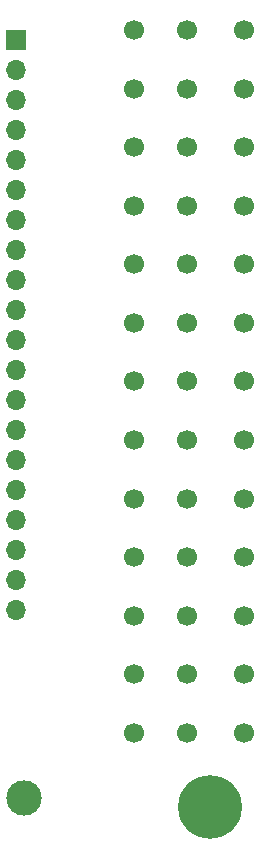
<source format=gbr>
%TF.GenerationSoftware,KiCad,Pcbnew,(5.1.6-0-10_14)*%
%TF.CreationDate,2020-08-23T22:04:21+02:00*%
%TF.ProjectId,cv_expander,63765f65-7870-4616-9e64-65722e6b6963,rev?*%
%TF.SameCoordinates,Original*%
%TF.FileFunction,Soldermask,Bot*%
%TF.FilePolarity,Negative*%
%FSLAX46Y46*%
G04 Gerber Fmt 4.6, Leading zero omitted, Abs format (unit mm)*
G04 Created by KiCad (PCBNEW (5.1.6-0-10_14)) date 2020-08-23 22:04:21*
%MOMM*%
%LPD*%
G01*
G04 APERTURE LIST*
%ADD10C,1.700000*%
%ADD11C,3.000000*%
%ADD12O,1.700000X1.700000*%
%ADD13R,1.700000X1.700000*%
%ADD14C,5.400000*%
G04 APERTURE END LIST*
D10*
%TO.C,J7*%
X155100000Y-106791665D03*
X150300000Y-106791665D03*
X145800000Y-106791665D03*
%TD*%
%TO.C,J6*%
X155100000Y-101833332D03*
X150300000Y-101833332D03*
X145800000Y-101833332D03*
%TD*%
%TO.C,J5*%
X155100000Y-96874999D03*
X150300000Y-96874999D03*
X145800000Y-96874999D03*
%TD*%
%TO.C,J4*%
X155100000Y-91916666D03*
X150300000Y-91916666D03*
X145800000Y-91916666D03*
%TD*%
%TO.C,J3*%
X155100000Y-86958333D03*
X150300000Y-86958333D03*
X145800000Y-86958333D03*
%TD*%
%TO.C,J2*%
X155100000Y-82000000D03*
X150300000Y-82000000D03*
X145800000Y-82000000D03*
%TD*%
%TO.C,J14*%
X155100000Y-141500000D03*
X150300000Y-141500000D03*
X145800000Y-141500000D03*
%TD*%
%TO.C,J13*%
X155100000Y-136541663D03*
X150300000Y-136541663D03*
X145800000Y-136541663D03*
%TD*%
%TO.C,J12*%
X155100000Y-131583330D03*
X150300000Y-131583330D03*
X145800000Y-131583330D03*
%TD*%
%TO.C,J11*%
X155100000Y-126624997D03*
X150300000Y-126624997D03*
X145800000Y-126624997D03*
%TD*%
%TO.C,J10*%
X155100000Y-121666664D03*
X150300000Y-121666664D03*
X145800000Y-121666664D03*
%TD*%
%TO.C,J9*%
X155100000Y-116708331D03*
X150300000Y-116708331D03*
X145800000Y-116708331D03*
%TD*%
%TO.C,J8*%
X155100000Y-111749998D03*
X150300000Y-111749998D03*
X145800000Y-111749998D03*
%TD*%
D11*
%TO.C,GND*%
X136500000Y-147000000D03*
%TD*%
D12*
%TO.C,J1*%
X135812000Y-131064000D03*
X135812000Y-128524000D03*
X135812000Y-125984000D03*
X135812000Y-123444000D03*
X135812000Y-120904000D03*
X135812000Y-118364000D03*
X135812000Y-115824000D03*
X135812000Y-113284000D03*
X135812000Y-110744000D03*
X135812000Y-108204000D03*
X135812000Y-105664000D03*
X135812000Y-103124000D03*
X135812000Y-100584000D03*
X135812000Y-98044000D03*
X135812000Y-95504000D03*
X135812000Y-92964000D03*
X135812000Y-90424000D03*
X135812000Y-87884000D03*
X135812000Y-85344000D03*
D13*
X135812000Y-82804000D03*
%TD*%
D14*
%TO.C,H1*%
X152250000Y-147750000D03*
%TD*%
M02*

</source>
